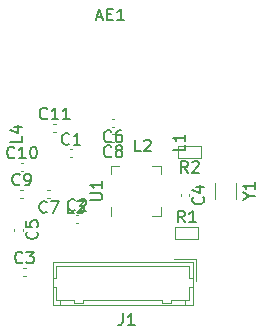
<source format=gbr>
%TF.GenerationSoftware,KiCad,Pcbnew,7.0.7*%
%TF.CreationDate,2024-12-08T13:35:24-04:00*%
%TF.ProjectId,Tarea Final,54617265-6120-4466-996e-616c2e6b6963,rev?*%
%TF.SameCoordinates,Original*%
%TF.FileFunction,Legend,Top*%
%TF.FilePolarity,Positive*%
%FSLAX46Y46*%
G04 Gerber Fmt 4.6, Leading zero omitted, Abs format (unit mm)*
G04 Created by KiCad (PCBNEW 7.0.7) date 2024-12-08 13:35:24*
%MOMM*%
%LPD*%
G01*
G04 APERTURE LIST*
%ADD10C,0.150000*%
%ADD11C,0.120000*%
G04 APERTURE END LIST*
D10*
X166316628Y-86074190D02*
X166792819Y-86074190D01*
X165792819Y-86407523D02*
X166316628Y-86074190D01*
X166316628Y-86074190D02*
X165792819Y-85740857D01*
X166792819Y-84883714D02*
X166792819Y-85455142D01*
X166792819Y-85169428D02*
X165792819Y-85169428D01*
X165792819Y-85169428D02*
X165935676Y-85264666D01*
X165935676Y-85264666D02*
X166030914Y-85359904D01*
X166030914Y-85359904D02*
X166078533Y-85455142D01*
X152872819Y-86359904D02*
X153682342Y-86359904D01*
X153682342Y-86359904D02*
X153777580Y-86312285D01*
X153777580Y-86312285D02*
X153825200Y-86264666D01*
X153825200Y-86264666D02*
X153872819Y-86169428D01*
X153872819Y-86169428D02*
X153872819Y-85978952D01*
X153872819Y-85978952D02*
X153825200Y-85883714D01*
X153825200Y-85883714D02*
X153777580Y-85836095D01*
X153777580Y-85836095D02*
X153682342Y-85788476D01*
X153682342Y-85788476D02*
X152872819Y-85788476D01*
X153872819Y-84788476D02*
X153872819Y-85359904D01*
X153872819Y-85074190D02*
X152872819Y-85074190D01*
X152872819Y-85074190D02*
X153015676Y-85169428D01*
X153015676Y-85169428D02*
X153110914Y-85264666D01*
X153110914Y-85264666D02*
X153158533Y-85359904D01*
X161123333Y-84084319D02*
X160790000Y-83608128D01*
X160551905Y-84084319D02*
X160551905Y-83084319D01*
X160551905Y-83084319D02*
X160932857Y-83084319D01*
X160932857Y-83084319D02*
X161028095Y-83131938D01*
X161028095Y-83131938D02*
X161075714Y-83179557D01*
X161075714Y-83179557D02*
X161123333Y-83274795D01*
X161123333Y-83274795D02*
X161123333Y-83417652D01*
X161123333Y-83417652D02*
X161075714Y-83512890D01*
X161075714Y-83512890D02*
X161028095Y-83560509D01*
X161028095Y-83560509D02*
X160932857Y-83608128D01*
X160932857Y-83608128D02*
X160551905Y-83608128D01*
X161504286Y-83179557D02*
X161551905Y-83131938D01*
X161551905Y-83131938D02*
X161647143Y-83084319D01*
X161647143Y-83084319D02*
X161885238Y-83084319D01*
X161885238Y-83084319D02*
X161980476Y-83131938D01*
X161980476Y-83131938D02*
X162028095Y-83179557D01*
X162028095Y-83179557D02*
X162075714Y-83274795D01*
X162075714Y-83274795D02*
X162075714Y-83370033D01*
X162075714Y-83370033D02*
X162028095Y-83512890D01*
X162028095Y-83512890D02*
X161456667Y-84084319D01*
X161456667Y-84084319D02*
X162075714Y-84084319D01*
X160869333Y-88275319D02*
X160536000Y-87799128D01*
X160297905Y-88275319D02*
X160297905Y-87275319D01*
X160297905Y-87275319D02*
X160678857Y-87275319D01*
X160678857Y-87275319D02*
X160774095Y-87322938D01*
X160774095Y-87322938D02*
X160821714Y-87370557D01*
X160821714Y-87370557D02*
X160869333Y-87465795D01*
X160869333Y-87465795D02*
X160869333Y-87608652D01*
X160869333Y-87608652D02*
X160821714Y-87703890D01*
X160821714Y-87703890D02*
X160774095Y-87751509D01*
X160774095Y-87751509D02*
X160678857Y-87799128D01*
X160678857Y-87799128D02*
X160297905Y-87799128D01*
X161821714Y-88275319D02*
X161250286Y-88275319D01*
X161536000Y-88275319D02*
X161536000Y-87275319D01*
X161536000Y-87275319D02*
X161440762Y-87418176D01*
X161440762Y-87418176D02*
X161345524Y-87513414D01*
X161345524Y-87513414D02*
X161250286Y-87561033D01*
X147112819Y-80961666D02*
X147112819Y-81437856D01*
X147112819Y-81437856D02*
X146112819Y-81437856D01*
X146446152Y-80199761D02*
X147112819Y-80199761D01*
X146065200Y-80437856D02*
X146779485Y-80675951D01*
X146779485Y-80675951D02*
X146779485Y-80056904D01*
X151471333Y-87476819D02*
X150995143Y-87476819D01*
X150995143Y-87476819D02*
X150995143Y-86476819D01*
X151709429Y-86476819D02*
X152328476Y-86476819D01*
X152328476Y-86476819D02*
X151995143Y-86857771D01*
X151995143Y-86857771D02*
X152138000Y-86857771D01*
X152138000Y-86857771D02*
X152233238Y-86905390D01*
X152233238Y-86905390D02*
X152280857Y-86953009D01*
X152280857Y-86953009D02*
X152328476Y-87048247D01*
X152328476Y-87048247D02*
X152328476Y-87286342D01*
X152328476Y-87286342D02*
X152280857Y-87381580D01*
X152280857Y-87381580D02*
X152233238Y-87429200D01*
X152233238Y-87429200D02*
X152138000Y-87476819D01*
X152138000Y-87476819D02*
X151852286Y-87476819D01*
X151852286Y-87476819D02*
X151757048Y-87429200D01*
X151757048Y-87429200D02*
X151709429Y-87381580D01*
X157153333Y-82259819D02*
X156677143Y-82259819D01*
X156677143Y-82259819D02*
X156677143Y-81259819D01*
X157439048Y-81355057D02*
X157486667Y-81307438D01*
X157486667Y-81307438D02*
X157581905Y-81259819D01*
X157581905Y-81259819D02*
X157820000Y-81259819D01*
X157820000Y-81259819D02*
X157915238Y-81307438D01*
X157915238Y-81307438D02*
X157962857Y-81355057D01*
X157962857Y-81355057D02*
X158010476Y-81450295D01*
X158010476Y-81450295D02*
X158010476Y-81545533D01*
X158010476Y-81545533D02*
X157962857Y-81688390D01*
X157962857Y-81688390D02*
X157391429Y-82259819D01*
X157391429Y-82259819D02*
X158010476Y-82259819D01*
X160882819Y-81700666D02*
X160882819Y-82176856D01*
X160882819Y-82176856D02*
X159882819Y-82176856D01*
X160882819Y-80843523D02*
X160882819Y-81414951D01*
X160882819Y-81129237D02*
X159882819Y-81129237D01*
X159882819Y-81129237D02*
X160025676Y-81224475D01*
X160025676Y-81224475D02*
X160120914Y-81319713D01*
X160120914Y-81319713D02*
X160168533Y-81414951D01*
X155622666Y-95974819D02*
X155622666Y-96689104D01*
X155622666Y-96689104D02*
X155575047Y-96831961D01*
X155575047Y-96831961D02*
X155479809Y-96927200D01*
X155479809Y-96927200D02*
X155336952Y-96974819D01*
X155336952Y-96974819D02*
X155241714Y-96974819D01*
X156622666Y-96974819D02*
X156051238Y-96974819D01*
X156336952Y-96974819D02*
X156336952Y-95974819D01*
X156336952Y-95974819D02*
X156241714Y-96117676D01*
X156241714Y-96117676D02*
X156146476Y-96212914D01*
X156146476Y-96212914D02*
X156051238Y-96260533D01*
X149217142Y-79463580D02*
X149169523Y-79511200D01*
X149169523Y-79511200D02*
X149026666Y-79558819D01*
X149026666Y-79558819D02*
X148931428Y-79558819D01*
X148931428Y-79558819D02*
X148788571Y-79511200D01*
X148788571Y-79511200D02*
X148693333Y-79415961D01*
X148693333Y-79415961D02*
X148645714Y-79320723D01*
X148645714Y-79320723D02*
X148598095Y-79130247D01*
X148598095Y-79130247D02*
X148598095Y-78987390D01*
X148598095Y-78987390D02*
X148645714Y-78796914D01*
X148645714Y-78796914D02*
X148693333Y-78701676D01*
X148693333Y-78701676D02*
X148788571Y-78606438D01*
X148788571Y-78606438D02*
X148931428Y-78558819D01*
X148931428Y-78558819D02*
X149026666Y-78558819D01*
X149026666Y-78558819D02*
X149169523Y-78606438D01*
X149169523Y-78606438D02*
X149217142Y-78654057D01*
X150169523Y-79558819D02*
X149598095Y-79558819D01*
X149883809Y-79558819D02*
X149883809Y-78558819D01*
X149883809Y-78558819D02*
X149788571Y-78701676D01*
X149788571Y-78701676D02*
X149693333Y-78796914D01*
X149693333Y-78796914D02*
X149598095Y-78844533D01*
X151121904Y-79558819D02*
X150550476Y-79558819D01*
X150836190Y-79558819D02*
X150836190Y-78558819D01*
X150836190Y-78558819D02*
X150740952Y-78701676D01*
X150740952Y-78701676D02*
X150645714Y-78796914D01*
X150645714Y-78796914D02*
X150550476Y-78844533D01*
X146451142Y-82765580D02*
X146403523Y-82813200D01*
X146403523Y-82813200D02*
X146260666Y-82860819D01*
X146260666Y-82860819D02*
X146165428Y-82860819D01*
X146165428Y-82860819D02*
X146022571Y-82813200D01*
X146022571Y-82813200D02*
X145927333Y-82717961D01*
X145927333Y-82717961D02*
X145879714Y-82622723D01*
X145879714Y-82622723D02*
X145832095Y-82432247D01*
X145832095Y-82432247D02*
X145832095Y-82289390D01*
X145832095Y-82289390D02*
X145879714Y-82098914D01*
X145879714Y-82098914D02*
X145927333Y-82003676D01*
X145927333Y-82003676D02*
X146022571Y-81908438D01*
X146022571Y-81908438D02*
X146165428Y-81860819D01*
X146165428Y-81860819D02*
X146260666Y-81860819D01*
X146260666Y-81860819D02*
X146403523Y-81908438D01*
X146403523Y-81908438D02*
X146451142Y-81956057D01*
X147403523Y-82860819D02*
X146832095Y-82860819D01*
X147117809Y-82860819D02*
X147117809Y-81860819D01*
X147117809Y-81860819D02*
X147022571Y-82003676D01*
X147022571Y-82003676D02*
X146927333Y-82098914D01*
X146927333Y-82098914D02*
X146832095Y-82146533D01*
X148022571Y-81860819D02*
X148117809Y-81860819D01*
X148117809Y-81860819D02*
X148213047Y-81908438D01*
X148213047Y-81908438D02*
X148260666Y-81956057D01*
X148260666Y-81956057D02*
X148308285Y-82051295D01*
X148308285Y-82051295D02*
X148355904Y-82241771D01*
X148355904Y-82241771D02*
X148355904Y-82479866D01*
X148355904Y-82479866D02*
X148308285Y-82670342D01*
X148308285Y-82670342D02*
X148260666Y-82765580D01*
X148260666Y-82765580D02*
X148213047Y-82813200D01*
X148213047Y-82813200D02*
X148117809Y-82860819D01*
X148117809Y-82860819D02*
X148022571Y-82860819D01*
X148022571Y-82860819D02*
X147927333Y-82813200D01*
X147927333Y-82813200D02*
X147879714Y-82765580D01*
X147879714Y-82765580D02*
X147832095Y-82670342D01*
X147832095Y-82670342D02*
X147784476Y-82479866D01*
X147784476Y-82479866D02*
X147784476Y-82241771D01*
X147784476Y-82241771D02*
X147832095Y-82051295D01*
X147832095Y-82051295D02*
X147879714Y-81956057D01*
X147879714Y-81956057D02*
X147927333Y-81908438D01*
X147927333Y-81908438D02*
X148022571Y-81860819D01*
X146899333Y-85051580D02*
X146851714Y-85099200D01*
X146851714Y-85099200D02*
X146708857Y-85146819D01*
X146708857Y-85146819D02*
X146613619Y-85146819D01*
X146613619Y-85146819D02*
X146470762Y-85099200D01*
X146470762Y-85099200D02*
X146375524Y-85003961D01*
X146375524Y-85003961D02*
X146327905Y-84908723D01*
X146327905Y-84908723D02*
X146280286Y-84718247D01*
X146280286Y-84718247D02*
X146280286Y-84575390D01*
X146280286Y-84575390D02*
X146327905Y-84384914D01*
X146327905Y-84384914D02*
X146375524Y-84289676D01*
X146375524Y-84289676D02*
X146470762Y-84194438D01*
X146470762Y-84194438D02*
X146613619Y-84146819D01*
X146613619Y-84146819D02*
X146708857Y-84146819D01*
X146708857Y-84146819D02*
X146851714Y-84194438D01*
X146851714Y-84194438D02*
X146899333Y-84242057D01*
X147375524Y-85146819D02*
X147566000Y-85146819D01*
X147566000Y-85146819D02*
X147661238Y-85099200D01*
X147661238Y-85099200D02*
X147708857Y-85051580D01*
X147708857Y-85051580D02*
X147804095Y-84908723D01*
X147804095Y-84908723D02*
X147851714Y-84718247D01*
X147851714Y-84718247D02*
X147851714Y-84337295D01*
X147851714Y-84337295D02*
X147804095Y-84242057D01*
X147804095Y-84242057D02*
X147756476Y-84194438D01*
X147756476Y-84194438D02*
X147661238Y-84146819D01*
X147661238Y-84146819D02*
X147470762Y-84146819D01*
X147470762Y-84146819D02*
X147375524Y-84194438D01*
X147375524Y-84194438D02*
X147327905Y-84242057D01*
X147327905Y-84242057D02*
X147280286Y-84337295D01*
X147280286Y-84337295D02*
X147280286Y-84575390D01*
X147280286Y-84575390D02*
X147327905Y-84670628D01*
X147327905Y-84670628D02*
X147375524Y-84718247D01*
X147375524Y-84718247D02*
X147470762Y-84765866D01*
X147470762Y-84765866D02*
X147661238Y-84765866D01*
X147661238Y-84765866D02*
X147756476Y-84718247D01*
X147756476Y-84718247D02*
X147804095Y-84670628D01*
X147804095Y-84670628D02*
X147851714Y-84575390D01*
X154636333Y-82662580D02*
X154588714Y-82710200D01*
X154588714Y-82710200D02*
X154445857Y-82757819D01*
X154445857Y-82757819D02*
X154350619Y-82757819D01*
X154350619Y-82757819D02*
X154207762Y-82710200D01*
X154207762Y-82710200D02*
X154112524Y-82614961D01*
X154112524Y-82614961D02*
X154064905Y-82519723D01*
X154064905Y-82519723D02*
X154017286Y-82329247D01*
X154017286Y-82329247D02*
X154017286Y-82186390D01*
X154017286Y-82186390D02*
X154064905Y-81995914D01*
X154064905Y-81995914D02*
X154112524Y-81900676D01*
X154112524Y-81900676D02*
X154207762Y-81805438D01*
X154207762Y-81805438D02*
X154350619Y-81757819D01*
X154350619Y-81757819D02*
X154445857Y-81757819D01*
X154445857Y-81757819D02*
X154588714Y-81805438D01*
X154588714Y-81805438D02*
X154636333Y-81853057D01*
X155207762Y-82186390D02*
X155112524Y-82138771D01*
X155112524Y-82138771D02*
X155064905Y-82091152D01*
X155064905Y-82091152D02*
X155017286Y-81995914D01*
X155017286Y-81995914D02*
X155017286Y-81948295D01*
X155017286Y-81948295D02*
X155064905Y-81853057D01*
X155064905Y-81853057D02*
X155112524Y-81805438D01*
X155112524Y-81805438D02*
X155207762Y-81757819D01*
X155207762Y-81757819D02*
X155398238Y-81757819D01*
X155398238Y-81757819D02*
X155493476Y-81805438D01*
X155493476Y-81805438D02*
X155541095Y-81853057D01*
X155541095Y-81853057D02*
X155588714Y-81948295D01*
X155588714Y-81948295D02*
X155588714Y-81995914D01*
X155588714Y-81995914D02*
X155541095Y-82091152D01*
X155541095Y-82091152D02*
X155493476Y-82138771D01*
X155493476Y-82138771D02*
X155398238Y-82186390D01*
X155398238Y-82186390D02*
X155207762Y-82186390D01*
X155207762Y-82186390D02*
X155112524Y-82234009D01*
X155112524Y-82234009D02*
X155064905Y-82281628D01*
X155064905Y-82281628D02*
X155017286Y-82376866D01*
X155017286Y-82376866D02*
X155017286Y-82567342D01*
X155017286Y-82567342D02*
X155064905Y-82662580D01*
X155064905Y-82662580D02*
X155112524Y-82710200D01*
X155112524Y-82710200D02*
X155207762Y-82757819D01*
X155207762Y-82757819D02*
X155398238Y-82757819D01*
X155398238Y-82757819D02*
X155493476Y-82710200D01*
X155493476Y-82710200D02*
X155541095Y-82662580D01*
X155541095Y-82662580D02*
X155588714Y-82567342D01*
X155588714Y-82567342D02*
X155588714Y-82376866D01*
X155588714Y-82376866D02*
X155541095Y-82281628D01*
X155541095Y-82281628D02*
X155493476Y-82234009D01*
X155493476Y-82234009D02*
X155398238Y-82186390D01*
X149185333Y-87371580D02*
X149137714Y-87419200D01*
X149137714Y-87419200D02*
X148994857Y-87466819D01*
X148994857Y-87466819D02*
X148899619Y-87466819D01*
X148899619Y-87466819D02*
X148756762Y-87419200D01*
X148756762Y-87419200D02*
X148661524Y-87323961D01*
X148661524Y-87323961D02*
X148613905Y-87228723D01*
X148613905Y-87228723D02*
X148566286Y-87038247D01*
X148566286Y-87038247D02*
X148566286Y-86895390D01*
X148566286Y-86895390D02*
X148613905Y-86704914D01*
X148613905Y-86704914D02*
X148661524Y-86609676D01*
X148661524Y-86609676D02*
X148756762Y-86514438D01*
X148756762Y-86514438D02*
X148899619Y-86466819D01*
X148899619Y-86466819D02*
X148994857Y-86466819D01*
X148994857Y-86466819D02*
X149137714Y-86514438D01*
X149137714Y-86514438D02*
X149185333Y-86562057D01*
X149518667Y-86466819D02*
X150185333Y-86466819D01*
X150185333Y-86466819D02*
X149756762Y-87466819D01*
X154636333Y-81392580D02*
X154588714Y-81440200D01*
X154588714Y-81440200D02*
X154445857Y-81487819D01*
X154445857Y-81487819D02*
X154350619Y-81487819D01*
X154350619Y-81487819D02*
X154207762Y-81440200D01*
X154207762Y-81440200D02*
X154112524Y-81344961D01*
X154112524Y-81344961D02*
X154064905Y-81249723D01*
X154064905Y-81249723D02*
X154017286Y-81059247D01*
X154017286Y-81059247D02*
X154017286Y-80916390D01*
X154017286Y-80916390D02*
X154064905Y-80725914D01*
X154064905Y-80725914D02*
X154112524Y-80630676D01*
X154112524Y-80630676D02*
X154207762Y-80535438D01*
X154207762Y-80535438D02*
X154350619Y-80487819D01*
X154350619Y-80487819D02*
X154445857Y-80487819D01*
X154445857Y-80487819D02*
X154588714Y-80535438D01*
X154588714Y-80535438D02*
X154636333Y-80583057D01*
X155493476Y-80487819D02*
X155303000Y-80487819D01*
X155303000Y-80487819D02*
X155207762Y-80535438D01*
X155207762Y-80535438D02*
X155160143Y-80583057D01*
X155160143Y-80583057D02*
X155064905Y-80725914D01*
X155064905Y-80725914D02*
X155017286Y-80916390D01*
X155017286Y-80916390D02*
X155017286Y-81297342D01*
X155017286Y-81297342D02*
X155064905Y-81392580D01*
X155064905Y-81392580D02*
X155112524Y-81440200D01*
X155112524Y-81440200D02*
X155207762Y-81487819D01*
X155207762Y-81487819D02*
X155398238Y-81487819D01*
X155398238Y-81487819D02*
X155493476Y-81440200D01*
X155493476Y-81440200D02*
X155541095Y-81392580D01*
X155541095Y-81392580D02*
X155588714Y-81297342D01*
X155588714Y-81297342D02*
X155588714Y-81059247D01*
X155588714Y-81059247D02*
X155541095Y-80964009D01*
X155541095Y-80964009D02*
X155493476Y-80916390D01*
X155493476Y-80916390D02*
X155398238Y-80868771D01*
X155398238Y-80868771D02*
X155207762Y-80868771D01*
X155207762Y-80868771D02*
X155112524Y-80916390D01*
X155112524Y-80916390D02*
X155064905Y-80964009D01*
X155064905Y-80964009D02*
X155017286Y-81059247D01*
X148331580Y-89066666D02*
X148379200Y-89114285D01*
X148379200Y-89114285D02*
X148426819Y-89257142D01*
X148426819Y-89257142D02*
X148426819Y-89352380D01*
X148426819Y-89352380D02*
X148379200Y-89495237D01*
X148379200Y-89495237D02*
X148283961Y-89590475D01*
X148283961Y-89590475D02*
X148188723Y-89638094D01*
X148188723Y-89638094D02*
X147998247Y-89685713D01*
X147998247Y-89685713D02*
X147855390Y-89685713D01*
X147855390Y-89685713D02*
X147664914Y-89638094D01*
X147664914Y-89638094D02*
X147569676Y-89590475D01*
X147569676Y-89590475D02*
X147474438Y-89495237D01*
X147474438Y-89495237D02*
X147426819Y-89352380D01*
X147426819Y-89352380D02*
X147426819Y-89257142D01*
X147426819Y-89257142D02*
X147474438Y-89114285D01*
X147474438Y-89114285D02*
X147522057Y-89066666D01*
X147426819Y-88161904D02*
X147426819Y-88638094D01*
X147426819Y-88638094D02*
X147903009Y-88685713D01*
X147903009Y-88685713D02*
X147855390Y-88638094D01*
X147855390Y-88638094D02*
X147807771Y-88542856D01*
X147807771Y-88542856D02*
X147807771Y-88304761D01*
X147807771Y-88304761D02*
X147855390Y-88209523D01*
X147855390Y-88209523D02*
X147903009Y-88161904D01*
X147903009Y-88161904D02*
X147998247Y-88114285D01*
X147998247Y-88114285D02*
X148236342Y-88114285D01*
X148236342Y-88114285D02*
X148331580Y-88161904D01*
X148331580Y-88161904D02*
X148379200Y-88209523D01*
X148379200Y-88209523D02*
X148426819Y-88304761D01*
X148426819Y-88304761D02*
X148426819Y-88542856D01*
X148426819Y-88542856D02*
X148379200Y-88638094D01*
X148379200Y-88638094D02*
X148331580Y-88685713D01*
X162418580Y-86135666D02*
X162466200Y-86183285D01*
X162466200Y-86183285D02*
X162513819Y-86326142D01*
X162513819Y-86326142D02*
X162513819Y-86421380D01*
X162513819Y-86421380D02*
X162466200Y-86564237D01*
X162466200Y-86564237D02*
X162370961Y-86659475D01*
X162370961Y-86659475D02*
X162275723Y-86707094D01*
X162275723Y-86707094D02*
X162085247Y-86754713D01*
X162085247Y-86754713D02*
X161942390Y-86754713D01*
X161942390Y-86754713D02*
X161751914Y-86707094D01*
X161751914Y-86707094D02*
X161656676Y-86659475D01*
X161656676Y-86659475D02*
X161561438Y-86564237D01*
X161561438Y-86564237D02*
X161513819Y-86421380D01*
X161513819Y-86421380D02*
X161513819Y-86326142D01*
X161513819Y-86326142D02*
X161561438Y-86183285D01*
X161561438Y-86183285D02*
X161609057Y-86135666D01*
X161847152Y-85278523D02*
X162513819Y-85278523D01*
X161466200Y-85516618D02*
X162180485Y-85754713D01*
X162180485Y-85754713D02*
X162180485Y-85135666D01*
X147125333Y-91655580D02*
X147077714Y-91703200D01*
X147077714Y-91703200D02*
X146934857Y-91750819D01*
X146934857Y-91750819D02*
X146839619Y-91750819D01*
X146839619Y-91750819D02*
X146696762Y-91703200D01*
X146696762Y-91703200D02*
X146601524Y-91607961D01*
X146601524Y-91607961D02*
X146553905Y-91512723D01*
X146553905Y-91512723D02*
X146506286Y-91322247D01*
X146506286Y-91322247D02*
X146506286Y-91179390D01*
X146506286Y-91179390D02*
X146553905Y-90988914D01*
X146553905Y-90988914D02*
X146601524Y-90893676D01*
X146601524Y-90893676D02*
X146696762Y-90798438D01*
X146696762Y-90798438D02*
X146839619Y-90750819D01*
X146839619Y-90750819D02*
X146934857Y-90750819D01*
X146934857Y-90750819D02*
X147077714Y-90798438D01*
X147077714Y-90798438D02*
X147125333Y-90846057D01*
X147458667Y-90750819D02*
X148077714Y-90750819D01*
X148077714Y-90750819D02*
X147744381Y-91131771D01*
X147744381Y-91131771D02*
X147887238Y-91131771D01*
X147887238Y-91131771D02*
X147982476Y-91179390D01*
X147982476Y-91179390D02*
X148030095Y-91227009D01*
X148030095Y-91227009D02*
X148077714Y-91322247D01*
X148077714Y-91322247D02*
X148077714Y-91560342D01*
X148077714Y-91560342D02*
X148030095Y-91655580D01*
X148030095Y-91655580D02*
X147982476Y-91703200D01*
X147982476Y-91703200D02*
X147887238Y-91750819D01*
X147887238Y-91750819D02*
X147601524Y-91750819D01*
X147601524Y-91750819D02*
X147506286Y-91703200D01*
X147506286Y-91703200D02*
X147458667Y-91655580D01*
X151588333Y-87200580D02*
X151540714Y-87248200D01*
X151540714Y-87248200D02*
X151397857Y-87295819D01*
X151397857Y-87295819D02*
X151302619Y-87295819D01*
X151302619Y-87295819D02*
X151159762Y-87248200D01*
X151159762Y-87248200D02*
X151064524Y-87152961D01*
X151064524Y-87152961D02*
X151016905Y-87057723D01*
X151016905Y-87057723D02*
X150969286Y-86867247D01*
X150969286Y-86867247D02*
X150969286Y-86724390D01*
X150969286Y-86724390D02*
X151016905Y-86533914D01*
X151016905Y-86533914D02*
X151064524Y-86438676D01*
X151064524Y-86438676D02*
X151159762Y-86343438D01*
X151159762Y-86343438D02*
X151302619Y-86295819D01*
X151302619Y-86295819D02*
X151397857Y-86295819D01*
X151397857Y-86295819D02*
X151540714Y-86343438D01*
X151540714Y-86343438D02*
X151588333Y-86391057D01*
X151969286Y-86391057D02*
X152016905Y-86343438D01*
X152016905Y-86343438D02*
X152112143Y-86295819D01*
X152112143Y-86295819D02*
X152350238Y-86295819D01*
X152350238Y-86295819D02*
X152445476Y-86343438D01*
X152445476Y-86343438D02*
X152493095Y-86391057D01*
X152493095Y-86391057D02*
X152540714Y-86486295D01*
X152540714Y-86486295D02*
X152540714Y-86581533D01*
X152540714Y-86581533D02*
X152493095Y-86724390D01*
X152493095Y-86724390D02*
X151921667Y-87295819D01*
X151921667Y-87295819D02*
X152540714Y-87295819D01*
X151080333Y-81612580D02*
X151032714Y-81660200D01*
X151032714Y-81660200D02*
X150889857Y-81707819D01*
X150889857Y-81707819D02*
X150794619Y-81707819D01*
X150794619Y-81707819D02*
X150651762Y-81660200D01*
X150651762Y-81660200D02*
X150556524Y-81564961D01*
X150556524Y-81564961D02*
X150508905Y-81469723D01*
X150508905Y-81469723D02*
X150461286Y-81279247D01*
X150461286Y-81279247D02*
X150461286Y-81136390D01*
X150461286Y-81136390D02*
X150508905Y-80945914D01*
X150508905Y-80945914D02*
X150556524Y-80850676D01*
X150556524Y-80850676D02*
X150651762Y-80755438D01*
X150651762Y-80755438D02*
X150794619Y-80707819D01*
X150794619Y-80707819D02*
X150889857Y-80707819D01*
X150889857Y-80707819D02*
X151032714Y-80755438D01*
X151032714Y-80755438D02*
X151080333Y-80803057D01*
X152032714Y-81707819D02*
X151461286Y-81707819D01*
X151747000Y-81707819D02*
X151747000Y-80707819D01*
X151747000Y-80707819D02*
X151651762Y-80850676D01*
X151651762Y-80850676D02*
X151556524Y-80945914D01*
X151556524Y-80945914D02*
X151461286Y-80993533D01*
X153413333Y-70889104D02*
X153889523Y-70889104D01*
X153318095Y-71174819D02*
X153651428Y-70174819D01*
X153651428Y-70174819D02*
X153984761Y-71174819D01*
X154318095Y-70651009D02*
X154651428Y-70651009D01*
X154794285Y-71174819D02*
X154318095Y-71174819D01*
X154318095Y-71174819D02*
X154318095Y-70174819D01*
X154318095Y-70174819D02*
X154794285Y-70174819D01*
X155746666Y-71174819D02*
X155175238Y-71174819D01*
X155460952Y-71174819D02*
X155460952Y-70174819D01*
X155460952Y-70174819D02*
X155365714Y-70317676D01*
X155365714Y-70317676D02*
X155270476Y-70412914D01*
X155270476Y-70412914D02*
X155175238Y-70460533D01*
D11*
%TO.C,Y1*%
X165213000Y-84923000D02*
X165213000Y-86273000D01*
X163463000Y-84923000D02*
X163463000Y-86273000D01*
%TO.C,U1*%
X158828000Y-86983000D02*
X158828000Y-87708000D01*
X158828000Y-84213000D02*
X158828000Y-83488000D01*
X154608000Y-84213000D02*
X154608000Y-83488000D01*
X158828000Y-83488000D02*
X158103000Y-83488000D01*
X154608000Y-83488000D02*
X155333000Y-83488000D01*
X154608000Y-86983000D02*
X154608000Y-87708000D01*
X158828000Y-87708000D02*
X158103000Y-87708000D01*
%TO.C,R2*%
X160340000Y-81796000D02*
X160340000Y-82796000D01*
X160340000Y-82796000D02*
X162240000Y-82796000D01*
X162240000Y-82796000D02*
X162240000Y-81796000D01*
X162240000Y-81796000D02*
X160340000Y-81796000D01*
%TO.C,R1*%
X161986000Y-89654000D02*
X161986000Y-88654000D01*
X161986000Y-88654000D02*
X160086000Y-88654000D01*
X160086000Y-88654000D02*
X160086000Y-89654000D01*
X160086000Y-89654000D02*
X161986000Y-89654000D01*
%TO.C,J1*%
X150280000Y-94814000D02*
X150280000Y-95264000D01*
X159730000Y-95114000D02*
X158980000Y-95114000D01*
X158980000Y-94814000D02*
X152230000Y-94814000D01*
X149680000Y-93714000D02*
X149980000Y-93714000D01*
X161840000Y-93264000D02*
X161840000Y-91354000D01*
X149980000Y-92964000D02*
X149680000Y-92964000D01*
X161230000Y-93714000D02*
X161230000Y-94814000D01*
X151480000Y-95114000D02*
X151480000Y-94814000D01*
X159730000Y-94814000D02*
X159730000Y-95114000D01*
X158980000Y-95114000D02*
X158980000Y-94814000D01*
X149680000Y-91664000D02*
X149680000Y-95264000D01*
X161840000Y-91354000D02*
X159930000Y-91354000D01*
X161530000Y-92964000D02*
X161230000Y-92964000D01*
X149980000Y-94814000D02*
X150280000Y-94814000D01*
X161230000Y-94814000D02*
X160930000Y-94814000D01*
X161230000Y-91964000D02*
X149980000Y-91964000D01*
X161530000Y-95264000D02*
X161530000Y-91664000D01*
X151480000Y-94814000D02*
X150280000Y-94814000D01*
X149680000Y-95264000D02*
X161530000Y-95264000D01*
X149980000Y-91964000D02*
X149980000Y-92964000D01*
X160930000Y-94814000D02*
X160930000Y-95264000D01*
X149980000Y-93714000D02*
X149980000Y-94814000D01*
X160930000Y-94814000D02*
X159730000Y-94814000D01*
X152230000Y-94814000D02*
X152230000Y-95114000D01*
X161530000Y-91664000D02*
X149680000Y-91664000D01*
X152230000Y-95114000D02*
X151480000Y-95114000D01*
X161230000Y-92964000D02*
X161230000Y-91964000D01*
X161530000Y-93714000D02*
X161230000Y-93714000D01*
%TO.C,C11*%
X149752164Y-79904000D02*
X149967836Y-79904000D01*
X149752164Y-80624000D02*
X149967836Y-80624000D01*
%TO.C,C10*%
X146986164Y-83206000D02*
X147201836Y-83206000D01*
X146986164Y-83926000D02*
X147201836Y-83926000D01*
%TO.C,C9*%
X146958164Y-85492000D02*
X147173836Y-85492000D01*
X146958164Y-86212000D02*
X147173836Y-86212000D01*
%TO.C,C8*%
X154910836Y-81503000D02*
X154695164Y-81503000D01*
X154910836Y-80783000D02*
X154695164Y-80783000D01*
%TO.C,C7*%
X149459836Y-86212000D02*
X149244164Y-86212000D01*
X149459836Y-85492000D02*
X149244164Y-85492000D01*
%TO.C,C6*%
X154910836Y-80233000D02*
X154695164Y-80233000D01*
X154910836Y-79513000D02*
X154695164Y-79513000D01*
%TO.C,C5*%
X147172000Y-88792164D02*
X147172000Y-89007836D01*
X146452000Y-88792164D02*
X146452000Y-89007836D01*
%TO.C,C4*%
X161259000Y-85861164D02*
X161259000Y-86076836D01*
X160539000Y-85861164D02*
X160539000Y-86076836D01*
%TO.C,C3*%
X147184164Y-92096000D02*
X147399836Y-92096000D01*
X147184164Y-92816000D02*
X147399836Y-92816000D01*
%TO.C,C2*%
X151647164Y-87641000D02*
X151862836Y-87641000D01*
X151647164Y-88361000D02*
X151862836Y-88361000D01*
%TO.C,C1*%
X151139164Y-82053000D02*
X151354836Y-82053000D01*
X151139164Y-82773000D02*
X151354836Y-82773000D01*
%TD*%
M02*

</source>
